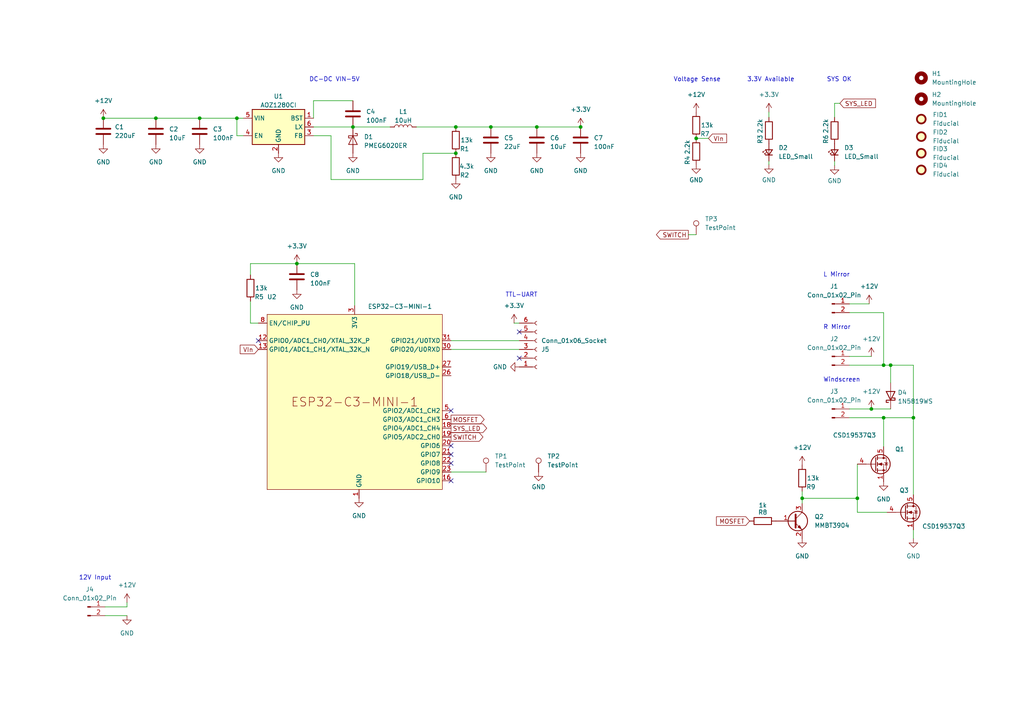
<source format=kicad_sch>
(kicad_sch (version 20230121) (generator eeschema)
  (paper "A4")
  (lib_symbols
    (symbol "Connector:Conn_01x02_Pin" (pin_names (offset 1.016) hide)
      (property "Reference" "J" (at 0 2.54 0))
      (property "Value" "Conn_01x02_Pin" (at 0 -5.08 0))
      (symbol "Conn_01x02_Pin_1_1"
        (polyline (pts (xy 1.27 -2.54) (xy 0.8636 -2.54)) (stroke (width 0.1524)))
        (polyline (pts (xy 1.27 0) (xy 0.8636 0)) (stroke (width 0.1524)))
        (rectangle (start 0.8636 -2.413) (end 0 -2.667) (stroke (width 0.1524)) (fill (type outline)))
        (rectangle (start 0.8636 0.127) (end 0 -0.127) (stroke (width 0.1524)) (fill (type outline)))
        (pin passive line (at 5.08 0 180) (length 3.81) (name "Pin_1") (number "1"))
        (pin passive line (at 5.08 -2.54 180) (length 3.81) (name "Pin_2") (number "2"))
      )
    )
    (symbol "Connector:Conn_01x06_Socket" (pin_names (offset 1.016) hide)
      (property "Reference" "J" (at 0 7.62 0))
      (property "Value" "Conn_01x06_Socket" (at 0 -10.16 0))
      (symbol "Conn_01x06_Socket_1_1"
        (arc (start 0 -7.112) (mid -0.5058 -7.62) (end 0 -8.128) (stroke (width 0.1524)))
        (arc (start 0 -4.572) (mid -0.5058 -5.08) (end 0 -5.588) (stroke (width 0.1524)))
        (arc (start 0 -2.032) (mid -0.5058 -2.54) (end 0 -3.048) (stroke (width 0.1524)))
        (polyline (pts (xy -1.27 -7.62) (xy -0.508 -7.62)) (stroke (width 0.1524)))
        (polyline (pts (xy -1.27 -5.08) (xy -0.508 -5.08)) (stroke (width 0.1524)))
        (polyline (pts (xy -1.27 -2.54) (xy -0.508 -2.54)) (stroke (width 0.1524)))
        (polyline (pts (xy -1.27 0) (xy -0.508 0)) (stroke (width 0.1524)))
        (polyline (pts (xy -1.27 2.54) (xy -0.508 2.54)) (stroke (width 0.1524)))
        (polyline (pts (xy -1.27 5.08) (xy -0.508 5.08)) (stroke (width 0.1524)))
        (arc (start 0 0.508) (mid -0.5058 0) (end 0 -0.508) (stroke (width 0.1524)))
        (arc (start 0 3.048) (mid -0.5058 2.54) (end 0 2.032) (stroke (width 0.1524)))
        (arc (start 0 5.588) (mid -0.5058 5.08) (end 0 4.572) (stroke (width 0.1524)))
        (pin passive line (at -5.08 5.08 0) (length 3.81) (name "Pin_1") (number "1"))
        (pin passive line (at -5.08 2.54 0) (length 3.81) (name "Pin_2") (number "2"))
        (pin passive line (at -5.08 0 0) (length 3.81) (name "Pin_3") (number "3"))
        (pin passive line (at -5.08 -2.54 0) (length 3.81) (name "Pin_4") (number "4"))
        (pin passive line (at -5.08 -5.08 0) (length 3.81) (name "Pin_5") (number "5"))
        (pin passive line (at -5.08 -7.62 0) (length 3.81) (name "Pin_6") (number "6"))
      )
    )
    (symbol "Connector:TestPoint" (pin_numbers hide) (pin_names (offset 0.762) hide)
      (property "Reference" "TP" (at 0 6.858 0))
      (property "Value" "TestPoint" (at 0 5.08 0))
      (symbol "TestPoint_0_1"
        (circle (center 0 3.302) (radius 0.762))
      )
      (symbol "TestPoint_1_1"
        (pin passive line (at 0 0 90) (length 2.54) (name "1") (number "1"))
      )
    )
    (symbol "Device:C" (pin_numbers hide) (pin_names (offset 0.254))
      (property "Reference" "C" (at 0.635 2.54 0))
      (property "Value" "C" (at 0.635 -2.54 0))
      (symbol "C_0_1"
        (polyline (pts (xy -2.032 -0.762) (xy 2.032 -0.762)) (stroke (width 0.508)))
        (polyline (pts (xy -2.032 0.762) (xy 2.032 0.762)) (stroke (width 0.508)))
      )
      (symbol "C_1_1"
        (pin passive line (at 0 3.81 270) (length 2.794) (name "~") (number "1"))
        (pin passive line (at 0 -3.81 90) (length 2.794) (name "~") (number "2"))
      )
    )
    (symbol "Device:L" (pin_numbers hide) (pin_names (offset 1.016) hide)
      (property "Reference" "L" (at -1.27 0 90))
      (property "Value" "L" (at 1.905 0 90))
      (symbol "L_0_1"
        (arc (start 0 -2.54) (mid 0.6323 -1.905) (end 0 -1.27))
        (arc (start 0 -1.27) (mid 0.6323 -0.635) (end 0 0))
        (arc (start 0 0) (mid 0.6323 0.635) (end 0 1.27))
        (arc (start 0 1.27) (mid 0.6323 1.905) (end 0 2.54))
      )
      (symbol "L_1_1"
        (pin passive line (at 0 3.81 270) (length 1.27) (name "1") (number "1"))
        (pin passive line (at 0 -3.81 90) (length 1.27) (name "2") (number "2"))
      )
    )
    (symbol "Device:LED_Small" (pin_numbers hide) (pin_names (offset 0.254) hide)
      (property "Reference" "D" (at -1.27 3.175 0))
      (property "Value" "LED_Small" (at -4.445 -2.54 0))
      (symbol "LED_Small_0_1"
        (polyline (pts (xy -0.762 -1.016) (xy -0.762 1.016)) (stroke (width 0.254)))
        (polyline (pts (xy 1.016 0) (xy -0.762 0)))
        (polyline (pts (xy 0.762 -1.016) (xy -0.762 0) (xy 0.762 1.016) (xy 0.762 -1.016)) (stroke (width 0.254)))
        (polyline (pts (xy 0 0.762) (xy -0.508 1.27) (xy -0.254 1.27) (xy -0.508 1.27) (xy -0.508 1.016)))
        (polyline (pts (xy 0.508 1.27) (xy 0 1.778) (xy 0.254 1.778) (xy 0 1.778) (xy 0 1.524)))
      )
      (symbol "LED_Small_1_1"
        (pin passive line (at -2.54 0 0) (length 1.778) (name "K") (number "1"))
        (pin passive line (at 2.54 0 180) (length 1.778) (name "A") (number "2"))
      )
    )
    (symbol "Device:R" (pin_numbers hide) (pin_names (offset 0))
      (property "Reference" "R" (at 2.032 0 90))
      (property "Value" "R" (at 0 0 90))
      (symbol "R_0_1"
        (rectangle (start -1.016 -2.54) (end 1.016 2.54) (stroke (width 0.254)))
      )
      (symbol "R_1_1"
        (pin passive line (at 0 3.81 270) (length 1.27) (name "~") (number "1"))
        (pin passive line (at 0 -3.81 90) (length 1.27) (name "~") (number "2"))
      )
    )
    (symbol "Diode:1N5819WS" (pin_numbers hide) (pin_names (offset 1.016) hide)
      (property "Reference" "D" (at 0 2.54 0))
      (property "Value" "1N5819WS" (at 0 -2.54 0))
      (symbol "1N5819WS_0_1"
        (polyline (pts (xy 1.27 0) (xy -1.27 0)))
        (polyline (pts (xy 1.27 1.27) (xy 1.27 -1.27) (xy -1.27 0) (xy 1.27 1.27)) (stroke (width 0.254)))
        (polyline (pts (xy -1.905 0.635) (xy -1.905 1.27) (xy -1.27 1.27) (xy -1.27 -1.27) (xy -0.635 -1.27) (xy -0.635 -0.635)) (stroke (width 0.254)))
      )
      (symbol "1N5819WS_1_1"
        (pin passive line (at -3.81 0 0) (length 2.54) (name "K") (number "1"))
        (pin passive line (at 3.81 0 180) (length 2.54) (name "A") (number "2"))
      )
    )
    (symbol "Diode:PMEG6020ER" (pin_numbers hide) (pin_names hide)
      (property "Reference" "D" (at 0 2.54 0))
      (property "Value" "PMEG6020ER" (at 0 -2.54 0))
      (symbol "PMEG6020ER_0_1"
        (polyline (pts (xy 1.27 0) (xy -1.27 0)))
        (polyline (pts (xy 1.27 1.27) (xy 1.27 -1.27) (xy -1.27 0) (xy 1.27 1.27)) (stroke (width 0.2032)))
        (polyline (pts (xy -1.905 0.635) (xy -1.905 1.27) (xy -1.27 1.27) (xy -1.27 -1.27) (xy -0.635 -1.27) (xy -0.635 -0.635)) (stroke (width 0.2032)))
      )
      (symbol "PMEG6020ER_1_1"
        (pin passive line (at -3.81 0 0) (length 2.54) (name "K") (number "1"))
        (pin passive line (at 3.81 0 180) (length 2.54) (name "A") (number "2"))
      )
    )
    (symbol "Espressif:ESP32-C3-MINI-1"
      (property "Reference" "U2" (at -25.4 30.48 0))
      (property "Value" "ESP32-C3-MINI-1" (at -25.4 27.94 0))
      (symbol "ESP32-C3-MINI-1_0_0"
        (text "ESP32-C3-MINI-1" (at 0 0 0) (effects (font (size 2.54 2.54))))
      )
      (symbol "ESP32-C3-MINI-1_0_1"
        (rectangle (start -25.4 25.4) (end 25.4 -25.4) (fill (type background)))
      )
      (symbol "ESP32-C3-MINI-1_1_1"
        (pin passive line (at 1.27 -27.94 90) (length 2.54) (name "GND") (number "1"))
        (pin no_connect line (at -25.4 2.54 0) (length 2.54) hide (name "NC") (number "10"))
        (pin passive line (at 1.27 -27.94 90) (length 2.54) hide (name "GND") (number "11"))
        (pin bidirectional line (at -27.94 17.78 0) (length 2.54) (name "GPIO0/ADC1_CH0/XTAL_32K_P") (number "12"))
        (pin bidirectional line (at -27.94 15.24 0) (length 2.54) (name "GPIO1/ADC1_CH1/XTAL_32K_N") (number "13"))
        (pin passive line (at 1.27 -27.94 90) (length 2.54) hide (name "GND") (number "14"))
        (pin no_connect line (at -25.4 0 0) (length 2.54) hide (name "NC") (number "15"))
        (pin bidirectional line (at 27.94 -22.86 180) (length 2.54) (name "GPIO10") (number "16"))
        (pin no_connect line (at -25.4 -2.54 0) (length 2.54) hide (name "NC") (number "17"))
        (pin bidirectional line (at 27.94 -7.62 180) (length 2.54) (name "GPIO4/ADC1_CH4") (number "18"))
        (pin bidirectional line (at 27.94 -10.16 180) (length 2.54) (name "GPIO5/ADC2_CH0") (number "19"))
        (pin passive line (at 1.27 -27.94 90) (length 2.54) hide (name "GND") (number "2"))
        (pin bidirectional line (at 27.94 -12.7 180) (length 2.54) (name "GPIO6") (number "20"))
        (pin bidirectional line (at 27.94 -15.24 180) (length 2.54) (name "GPIO7") (number "21"))
        (pin bidirectional line (at 27.94 -17.78 180) (length 2.54) (name "GPIO8") (number "22"))
        (pin bidirectional line (at 27.94 -20.32 180) (length 2.54) (name "GPIO9") (number "23"))
        (pin no_connect line (at -25.4 -5.08 0) (length 2.54) hide (name "NC") (number "24"))
        (pin no_connect line (at -25.4 -7.62 0) (length 2.54) hide (name "NC") (number "25"))
        (pin bidirectional line (at 27.94 7.62 180) (length 2.54) (name "GPIO18/USB_D-") (number "26"))
        (pin bidirectional line (at 27.94 10.16 180) (length 2.54) (name "GPIO19/USB_D+") (number "27"))
        (pin no_connect line (at -25.4 -10.16 0) (length 2.54) hide (name "NC") (number "28"))
        (pin no_connect line (at -25.4 -12.7 0) (length 2.54) hide (name "NC") (number "29"))
        (pin power_in line (at 0 27.94 270) (length 2.54) (name "3V3") (number "3"))
        (pin bidirectional line (at 27.94 15.24 180) (length 2.54) (name "GPIO20/U0RXD") (number "30"))
        (pin bidirectional line (at 27.94 17.78 180) (length 2.54) (name "GPIO21/U0TXD") (number "31"))
        (pin no_connect line (at -25.4 -15.24 0) (length 2.54) hide (name "NC") (number "32"))
        (pin no_connect line (at -25.4 -17.78 0) (length 2.54) hide (name "NC") (number "33"))
        (pin no_connect line (at -25.4 -20.32 0) (length 2.54) hide (name "NC") (number "34"))
        (pin no_connect line (at -25.4 -22.86 0) (length 2.54) hide (name "NC") (number "35"))
        (pin passive line (at 1.27 -27.94 90) (length 2.54) hide (name "GND") (number "36"))
        (pin passive line (at 1.27 -27.94 90) (length 2.54) hide (name "GND") (number "37"))
        (pin passive line (at 1.27 -27.94 90) (length 2.54) hide (name "GND") (number "38"))
        (pin passive line (at 1.27 -27.94 90) (length 2.54) hide (name "GND") (number "39"))
        (pin no_connect line (at -25.4 10.16 0) (length 2.54) hide (name "NC") (number "4"))
        (pin passive line (at 1.27 -27.94 90) (length 2.54) hide (name "GND") (number "40"))
        (pin passive line (at 1.27 -27.94 90) (length 2.54) hide (name "GND") (number "41"))
        (pin passive line (at 1.27 -27.94 90) (length 2.54) hide (name "GND") (number "42"))
        (pin passive line (at 1.27 -27.94 90) (length 2.54) hide (name "GND") (number "43"))
        (pin passive line (at 1.27 -27.94 90) (length 2.54) hide (name "GND") (number "44"))
        (pin passive line (at 1.27 -27.94 90) (length 2.54) hide (name "GND") (number "45"))
        (pin passive line (at 1.27 -27.94 90) (length 2.54) hide (name "GND") (number "46"))
        (pin passive line (at 1.27 -27.94 90) (length 2.54) hide (name "GND") (number "47"))
        (pin passive line (at 1.27 -27.94 90) (length 2.54) hide (name "GND") (number "48"))
        (pin passive line (at 1.27 -27.94 90) (length 2.54) hide (name "GND") (number "49"))
        (pin bidirectional line (at 27.94 -2.54 180) (length 2.54) (name "GPIO2/ADC1_CH2") (number "5"))
        (pin passive line (at 1.27 -27.94 90) (length 2.54) hide (name "GND") (number "50"))
        (pin passive line (at 1.27 -27.94 90) (length 2.54) hide (name "GND") (number "51"))
        (pin passive line (at 1.27 -27.94 90) (length 2.54) hide (name "GND") (number "52"))
        (pin passive line (at 1.27 -27.94 90) (length 2.54) hide (name "GND") (number "53"))
        (pin bidirectional line (at 27.94 -5.08 180) (length 2.54) (name "GPIO3/ADC1_CH3") (number "6"))
        (pin no_connect line (at -25.4 7.62 0) (length 2.54) hide (name "NC") (number "7"))
        (pin input line (at -27.94 22.86 0) (length 2.54) (name "EN/CHIP_PU") (number "8"))
        (pin no_connect line (at -25.4 5.08 0) (length 2.54) hide (name "NC") (number "9"))
      )
    )
    (symbol "Mechanical:Fiducial"
      (property "Reference" "FID" (at 0 5.08 0))
      (property "Value" "Fiducial" (at 0 3.175 0))
      (symbol "Fiducial_0_1"
        (circle (center 0 0) (radius 1.27) (stroke (width 0.508)) (fill (type background)))
      )
    )
    (symbol "Mechanical:MountingHole" (pin_names (offset 1.016))
      (property "Reference" "H" (at 0 5.08 0))
      (property "Value" "MountingHole" (at 0 3.175 0))
      (symbol "MountingHole_0_1"
        (circle (center 0 0) (radius 1.27) (stroke (width 1.27)))
      )
    )
    (symbol "Regulator_Switching:AOZ1280CI"
      (property "Reference" "U" (at -6.35 -6.35 0))
      (property "Value" "AOZ1280CI" (at -2.54 6.35 0))
      (symbol "AOZ1280CI_0_1"
        (rectangle (start -7.62 5.08) (end 7.62 -5.08) (stroke (width 0.254)) (fill (type background)))
      )
      (symbol "AOZ1280CI_1_1"
        (pin input line (at 10.16 2.54 180) (length 2.54) (name "BST") (number "1"))
        (pin power_in line (at 0 -7.62 90) (length 2.54) (name "GND") (number "2"))
        (pin input line (at 10.16 -2.54 180) (length 2.54) (name "FB") (number "3"))
        (pin input line (at -10.16 -2.54 0) (length 2.54) (name "EN") (number "4"))
        (pin power_in line (at -10.16 2.54 0) (length 2.54) (name "VIN") (number "5"))
        (pin power_out line (at 10.16 0 180) (length 2.54) (name "LX") (number "6"))
      )
    )
    (symbol "Transistor_BJT:MMBT3904" (pin_names (offset 0) hide)
      (property "Reference" "Q" (at 5.08 1.905 0))
      (property "Value" "MMBT3904" (at 5.08 0 0))
      (symbol "MMBT3904_0_1"
        (polyline (pts (xy 0.635 0.635) (xy 2.54 2.54)))
        (polyline (pts (xy 0.635 -0.635) (xy 2.54 -2.54) (xy 2.54 -2.54)))
        (polyline (pts (xy 0.635 1.905) (xy 0.635 -1.905) (xy 0.635 -1.905)) (stroke (width 0.508)))
        (polyline (pts (xy 1.27 -1.778) (xy 1.778 -1.27) (xy 2.286 -2.286) (xy 1.27 -1.778) (xy 1.27 -1.778)) (fill (type outline)))
        (circle (center 1.27 0) (radius 2.8194) (stroke (width 0.254)))
      )
      (symbol "MMBT3904_1_1"
        (pin input line (at -5.08 0 0) (length 5.715) (name "B") (number "1"))
        (pin passive line (at 2.54 -5.08 90) (length 2.54) (name "E") (number "2"))
        (pin passive line (at 2.54 5.08 270) (length 2.54) (name "C") (number "3"))
      )
    )
    (symbol "Transistor_FET:CSD19537Q3" (pin_names hide)
      (property "Reference" "Q" (at 5.08 1.905 0))
      (property "Value" "CSD19537Q3" (at 5.08 0 0))
      (symbol "CSD19537Q3_0_1"
        (polyline (pts (xy 0.254 0) (xy -2.54 0)))
        (polyline (pts (xy 0.254 1.905) (xy 0.254 -1.905)) (stroke (width 0.254)))
        (polyline (pts (xy 0.762 -1.27) (xy 0.762 -2.286)) (stroke (width 0.254)))
        (polyline (pts (xy 0.762 0.508) (xy 0.762 -0.508)) (stroke (width 0.254)))
        (polyline (pts (xy 0.762 2.286) (xy 0.762 1.27)) (stroke (width 0.254)))
        (polyline (pts (xy 2.54 2.54) (xy 2.54 1.778)))
        (polyline (pts (xy 2.54 -2.54) (xy 2.54 0) (xy 0.762 0)))
        (polyline (pts (xy 0.762 -1.778) (xy 3.302 -1.778) (xy 3.302 1.778) (xy 0.762 1.778)))
        (polyline (pts (xy 1.016 0) (xy 2.032 0.381) (xy 2.032 -0.381) (xy 1.016 0)) (fill (type outline)))
        (polyline (pts (xy 2.794 0.508) (xy 2.921 0.381) (xy 3.683 0.381) (xy 3.81 0.254)))
        (polyline (pts (xy 3.302 0.381) (xy 2.921 -0.254) (xy 3.683 -0.254) (xy 3.302 0.381)))
        (circle (center 1.651 0) (radius 2.794) (stroke (width 0.254)))
        (circle (center 2.54 -1.778) (radius 0.254) (fill (type outline)))
        (circle (center 2.54 1.778) (radius 0.254) (fill (type outline)))
      )
      (symbol "CSD19537Q3_1_1"
        (pin passive line (at 2.54 -5.08 90) (length 2.54) (name "S") (number "1"))
        (pin passive line (at 2.54 -5.08 90) (length 2.54) hide (name "S") (number "2"))
        (pin passive line (at 2.54 -5.08 90) (length 2.54) hide (name "S") (number "3"))
        (pin passive line (at -5.08 0 0) (length 2.54) (name "G") (number "4"))
        (pin passive line (at 2.54 5.08 270) (length 2.54) (name "D") (number "5"))
      )
    )
    (symbol "power:+12V" (power) (pin_names (offset 0))
      (property "Value" "+12V" (at 0 3.556 0))
      (symbol "+12V_0_1"
        (polyline (pts (xy -0.762 1.27) (xy 0 2.54)))
        (polyline (pts (xy 0 0) (xy 0 2.54)))
        (polyline (pts (xy 0 2.54) (xy 0.762 1.27)))
      )
      (symbol "+12V_1_1"
        (pin power_in line (at 0 0 90) (length 0) hide (name "+12V") (number "1"))
      )
    )
    (symbol "power:+3.3V" (power) (pin_names (offset 0))
      (property "Value" "+3.3V" (at 0 3.556 0))
      (symbol "+3.3V_0_1"
        (polyline (pts (xy -0.762 1.27) (xy 0 2.54)))
        (polyline (pts (xy 0 0) (xy 0 2.54)))
        (polyline (pts (xy 0 2.54) (xy 0.762 1.27)))
      )
      (symbol "+3.3V_1_1"
        (pin power_in line (at 0 0 90) (length 0) hide (name "+3.3V") (number "1"))
      )
    )
    (symbol "power:GND" (power) (pin_names (offset 0))
      (property "Value" "GND" (at 0 -3.81 0))
      (symbol "GND_0_1"
        (polyline (pts (xy 0 0) (xy 0 -1.27) (xy 1.27 -1.27) (xy 0 -2.54) (xy -1.27 -1.27) (xy 0 -1.27)))
      )
      (symbol "GND_1_1"
        (pin power_in line (at 0 0 270) (length 0) hide (name "GND") (number "1"))
      )
    )
  )
  (junction (at 142.367 36.83))
  (junction (at 132.207 36.83))
  (junction (at 57.912 34.29))
  (junction (at 29.972 34.29))
  (junction (at 264.922 121.158))
  (junction (at 168.402 36.83))
  (junction (at 248.666 144.526))
  (junction (at 155.702 36.83))
  (junction (at 45.212 34.29))
  (junction (at 132.207 44.45))
  (junction (at 252.73 118.618))
  (junction (at 68.707 34.29))
  (junction (at 201.93 40.132))
  (junction (at 256.286 105.918))
  (junction (at 86.106 76.454))
  (junction (at 102.362 36.83))
  (junction (at 258.318 105.918))
  (junction (at 232.664 144.526))
  (junction (at 256.286 121.158))
  (no_connect (at 130.81 139.446))
  (no_connect (at 150.622 103.886))
  (no_connect (at 130.81 134.366))
  (no_connect (at 130.81 129.286))
  (no_connect (at 130.81 119.126))
  (no_connect (at 74.93 98.806))
  (no_connect (at 150.622 96.266))
  (no_connect (at 130.81 131.826))
  (wire (pts (xy 232.664 142.494) (xy 232.664 144.526)))
  (wire (pts (xy 223.012 32.512) (xy 223.012 34.036)))
  (wire (pts (xy 246.38 121.158) (xy 256.286 121.158)))
  (wire (pts (xy 258.318 105.918) (xy 256.286 105.918)))
  (wire (pts (xy 246.38 118.618) (xy 252.73 118.618)))
  (wire (pts (xy 264.922 156.21) (xy 264.922 153.67)))
  (wire (pts (xy 258.318 105.918) (xy 258.318 110.998)))
  (wire (pts (xy 122.682 44.45) (xy 132.207 44.45)))
  (wire (pts (xy 30.48 178.562) (xy 36.83 178.562)))
  (wire (pts (xy 57.912 34.29) (xy 68.707 34.29)))
  (wire (pts (xy 246.38 90.678) (xy 256.286 90.678)))
  (wire (pts (xy 149.098 93.726) (xy 150.622 93.726)))
  (wire (pts (xy 248.666 144.526) (xy 248.666 148.59)))
  (wire (pts (xy 72.644 93.726) (xy 74.93 93.726)))
  (wire (pts (xy 90.932 39.37) (xy 96.012 39.37)))
  (wire (pts (xy 264.922 105.918) (xy 258.318 105.918)))
  (wire (pts (xy 72.644 87.376) (xy 72.644 93.726)))
  (wire (pts (xy 29.972 34.29) (xy 45.212 34.29)))
  (wire (pts (xy 96.012 39.37) (xy 96.012 52.07)))
  (wire (pts (xy 223.012 47.752) (xy 223.012 46.736)))
  (wire (pts (xy 36.83 174.752) (xy 36.83 176.022)))
  (wire (pts (xy 246.38 103.378) (xy 252.73 103.378)))
  (wire (pts (xy 102.362 36.83) (xy 113.157 36.83)))
  (wire (pts (xy 130.81 101.346) (xy 150.622 101.346)))
  (wire (pts (xy 90.932 36.83) (xy 102.362 36.83)))
  (wire (pts (xy 122.682 52.07) (xy 122.682 44.45)))
  (wire (pts (xy 130.81 98.806) (xy 150.622 98.806)))
  (wire (pts (xy 45.212 34.29) (xy 57.912 34.29)))
  (wire (pts (xy 248.666 148.59) (xy 257.302 148.59)))
  (wire (pts (xy 201.93 40.132) (xy 205.486 40.132)))
  (wire (pts (xy 72.644 79.756) (xy 72.644 76.454)))
  (wire (pts (xy 199.644 68.072) (xy 201.93 68.072)))
  (wire (pts (xy 102.87 88.646) (xy 102.87 76.454)))
  (wire (pts (xy 242.062 48.006) (xy 242.062 46.736)))
  (wire (pts (xy 248.666 134.62) (xy 248.666 144.526)))
  (wire (pts (xy 132.207 36.83) (xy 142.367 36.83)))
  (wire (pts (xy 36.83 176.022) (xy 30.48 176.022)))
  (wire (pts (xy 90.932 34.29) (xy 90.932 29.21)))
  (wire (pts (xy 142.367 36.83) (xy 155.702 36.83)))
  (wire (pts (xy 72.644 76.454) (xy 86.106 76.454)))
  (wire (pts (xy 256.286 121.158) (xy 264.922 121.158)))
  (wire (pts (xy 246.38 105.918) (xy 256.286 105.918)))
  (wire (pts (xy 68.707 34.29) (xy 68.707 39.37)))
  (wire (pts (xy 90.932 29.21) (xy 102.362 29.21)))
  (wire (pts (xy 232.664 144.526) (xy 248.666 144.526)))
  (wire (pts (xy 264.922 121.158) (xy 264.922 105.918)))
  (wire (pts (xy 256.286 121.158) (xy 256.286 129.54)))
  (wire (pts (xy 68.707 34.29) (xy 70.612 34.29)))
  (wire (pts (xy 256.286 90.678) (xy 256.286 105.918)))
  (wire (pts (xy 252.73 118.618) (xy 258.318 118.618)))
  (wire (pts (xy 243.586 29.972) (xy 242.062 29.972)))
  (wire (pts (xy 232.664 144.526) (xy 232.664 146.05)))
  (wire (pts (xy 242.062 29.972) (xy 242.062 34.036)))
  (wire (pts (xy 96.012 52.07) (xy 122.682 52.07)))
  (wire (pts (xy 246.38 88.138) (xy 252.095 88.138)))
  (wire (pts (xy 130.81 136.906) (xy 140.97 136.906)))
  (wire (pts (xy 102.87 76.454) (xy 86.106 76.454)))
  (wire (pts (xy 264.922 121.158) (xy 264.922 143.51)))
  (wire (pts (xy 155.702 36.83) (xy 168.402 36.83)))
  (wire (pts (xy 70.612 39.37) (xy 68.707 39.37)))
  (wire (pts (xy 120.777 36.83) (xy 132.207 36.83)))
  (text "DC-DC VIN-5V" (at 89.662 23.876 0) (effects (font (size 1.27 1.27)) (justify left bottom)))
  (text "12V Input" (at 22.86 168.402 0) (effects (font (size 1.27 1.27)) (justify left bottom)))
  (text "TTL-UART" (at 146.558 86.36 0) (effects (font (size 1.27 1.27)) (justify left bottom)))
  (text "L Mirror" (at 238.76 80.518 0) (effects (font (size 1.27 1.27)) (justify left bottom)))
  (text "3.3V Available" (at 216.662 23.876 0) (effects (font (size 1.27 1.27)) (justify left bottom)))
  (text "Windscreen" (at 238.76 110.998 0) (effects (font (size 1.27 1.27)) (justify left bottom)))
  (text "SYS OK" (at 239.776 23.876 0) (effects (font (size 1.27 1.27)) (justify left bottom)))
  (text "R Mirror" (at 238.76 95.758 0) (effects (font (size 1.27 1.27)) (justify left bottom)))
  (text "Voltage Sense" (at 195.326 23.876 0) (effects (font (size 1.27 1.27)) (justify left bottom)))
  (global_label "VIn" (shape input) (at 74.93 101.346 180) (property "Intersheetrefs" "${INTERSHEET_REFS}" (effects hide)))
  (global_label "MOSFET" (shape output) (at 130.81 121.666 0) (property "Intersheetrefs" "${INTERSHEET_REFS}" (effects hide)))
  (global_label "VIn" (shape input) (at 205.486 40.132 0) (property "Intersheetrefs" "${INTERSHEET_REFS}" (effects hide)))
  (global_label "SYS_LED" (shape output) (at 130.81 124.206 0) (property "Intersheetrefs" "${INTERSHEET_REFS}" (effects hide)))
  (global_label "SYS_LED" (shape input) (at 243.586 29.972 0) (property "Intersheetrefs" "${INTERSHEET_REFS}" (effects hide)))
  (global_label "SWITCH" (shape output) (at 199.644 68.072 180) (property "Intersheetrefs" "${INTERSHEET_REFS}" (effects hide)))
  (global_label "SWITCH" (shape output) (at 130.81 126.746 0) (property "Intersheetrefs" "${INTERSHEET_REFS}" (effects hide)))
  (global_label "MOSFET" (shape input) (at 217.424 151.13 180) (property "Intersheetrefs" "${INTERSHEET_REFS}" (effects hide)))
  (symbol (lib_id "Mechanical:Fiducial") (at 267.208 39.624 0) (unit 1)
    (property "Reference" "FID2" (at 270.51 38.354 0) (effects (justify left)))
    (property "Value" "Fiducial" (at 270.51 40.894 0) (effects (justify left)))
    (property "Footprint" "Fiducial:Fiducial_0.5mm_Mask1.5mm" (effects hide))
  )
  (symbol (lib_id "power:+12V") (at 252.095 88.138 0) (unit 1)
    (property "Reference" "#PWR04" (effects hide))
    (property "Value" "+12V" (at 252.095 83.058 0))
  )
  (symbol (lib_id "Device:R") (at 223.012 37.846 180) (unit 1)
    (property "Reference" "R3" (at 220.472 40.386 90))
    (property "Value" "2.2k" (at 220.472 36.576 90))
    (property "Footprint" "Resistor_SMD:R_0603_1608Metric" (effects hide))
    (property "lcsc" "C4190" (effects hide))
  )
  (symbol (lib_id "power:GND") (at 45.212 41.91 0) (unit 1)
    (property "Reference" "#PWR07" (effects hide))
    (property "Value" "GND" (at 45.212 46.99 0))
  )
  (symbol (lib_id "Device:R") (at 201.93 36.322 0) (unit 1)
    (property "Reference" "R7" (at 204.47 38.862 0))
    (property "Value" "13k" (at 205.105 36.322 0))
    (property "Footprint" "Resistor_SMD:R_0603_1608Metric" (effects hide))
    (property "lcsc" "C22797" (effects hide))
  )
  (symbol (lib_id "power:+12V") (at 252.73 118.618 0) (unit 1)
    (property "Reference" "#PWR06" (effects hide))
    (property "Value" "+12V" (at 252.73 113.538 0))
  )
  (symbol (lib_id "Mechanical:Fiducial") (at 267.208 44.45 0) (unit 1)
    (property "Reference" "FID3" (at 270.51 43.18 0) (effects (justify left)))
    (property "Value" "Fiducial" (at 270.51 45.72 0) (effects (justify left)))
    (property "Footprint" "Fiducial:Fiducial_0.5mm_Mask1.5mm" (effects hide))
  )
  (symbol (lib_id "power:GND") (at 86.106 84.074 0) (unit 1)
    (property "Reference" "#PWR023" (effects hide))
    (property "Value" "GND" (at 86.106 89.154 0))
  )
  (symbol (lib_id "Device:C") (at 86.106 80.264 0) (unit 1)
    (property "Reference" "C8" (at 89.916 79.629 0) (effects (justify left)))
    (property "Value" "100nF" (at 89.916 82.169 0) (effects (justify left)))
    (property "Footprint" "Capacitor_SMD:C_0603_1608Metric" (effects hide))
    (property "lcsc" "C30926" (effects hide))
  )
  (symbol (lib_id "power:+3.3V") (at 223.012 32.512 0) (unit 1)
    (property "Reference" "#PWR018" (effects hide))
    (property "Value" "+3.3V" (at 223.012 27.432 0))
  )
  (symbol (lib_id "Connector:Conn_01x02_Pin") (at 241.3 103.378 0) (unit 1)
    (property "Reference" "J2" (at 241.935 98.298 0))
    (property "Value" "Conn_01x02_Pin" (at 241.935 100.838 0))
    (property "Footprint" "Acea:AMASS_XT60PW-F_1x02_P7.20mm_Horizontal" (effects hide))
    (property "lcsc" "C428722" (effects hide))
  )
  (symbol (lib_id "power:GND") (at 155.702 44.45 0) (unit 1)
    (property "Reference" "#PWR014" (effects hide))
    (property "Value" "GND" (at 155.702 49.53 0))
  )
  (symbol (lib_id "Connector:Conn_01x02_Pin") (at 241.3 88.138 0) (unit 1)
    (property "Reference" "J1" (at 241.935 83.058 0))
    (property "Value" "Conn_01x02_Pin" (at 241.935 85.598 0))
    (property "Footprint" "Acea:AMASS_XT60PW-F_1x02_P7.20mm_Horizontal" (effects hide))
    (property "lcsc" "C428722" (effects hide))
  )
  (symbol (lib_id "power:GND") (at 201.93 47.752 0) (unit 1)
    (property "Reference" "#PWR026" (effects hide))
    (property "Value" "GND" (at 201.93 52.197 0))
  )
  (symbol (lib_id "power:+3.3V") (at 168.402 36.83 0) (unit 1)
    (property "Reference" "#PWR015" (effects hide))
    (property "Value" "+3.3V" (at 168.402 31.75 0))
  )
  (symbol (lib_id "Mechanical:Fiducial") (at 267.208 49.276 0) (unit 1)
    (property "Reference" "FID4" (at 270.51 48.006 0) (effects (justify left)))
    (property "Value" "Fiducial" (at 270.51 50.546 0) (effects (justify left)))
    (property "Footprint" "Fiducial:Fiducial_0.5mm_Mask1.5mm" (effects hide))
  )
  (symbol (lib_id "Device:C") (at 155.702 40.64 0) (unit 1)
    (property "Reference" "C6" (at 159.512 40.005 0) (effects (justify left)))
    (property "Value" "10uF" (at 159.512 42.545 0) (effects (justify left)))
    (property "Footprint" "Capacitor_SMD:C_0603_1608Metric" (effects hide))
    (property "lcsc" "C30926" (effects hide))
  )
  (symbol (lib_id "power:GND") (at 80.772 44.45 0) (unit 1)
    (property "Reference" "#PWR09" (effects hide))
    (property "Value" "GND" (at 80.772 49.53 0))
  )
  (symbol (lib_id "Device:R") (at 232.664 138.684 0) (unit 1)
    (property "Reference" "R9" (at 235.204 141.224 0))
    (property "Value" "13k" (at 235.839 138.684 0))
    (property "Footprint" "Resistor_SMD:R_0603_1608Metric" (effects hide))
    (property "lcsc" "C22797" (effects hide))
  )
  (symbol (lib_id "power:GND") (at 132.207 52.07 0) (unit 1)
    (property "Reference" "#PWR011" (effects hide))
    (property "Value" "GND" (at 132.207 57.15 0))
  )
  (symbol (lib_id "power:+3.3V") (at 149.098 93.726 0) (unit 1)
    (property "Reference" "#PWR030" (effects hide))
    (property "Value" "+3.3V" (at 149.098 88.646 0))
  )
  (symbol (lib_id "Transistor_BJT:MMBT3904") (at 230.124 151.13 0) (unit 1)
    (property "Reference" "Q2" (at 236.22 149.86 0) (effects (justify left)))
    (property "Value" "MMBT3904" (at 236.22 152.4 0) (effects (justify left)))
    (property "Footprint" "Package_TO_SOT_SMD:SOT-23" (effects hide))
    (property "Datasheet" "https://www.onsemi.com/pdf/datasheet/pzt3904-d.pdf" (effects hide))
    (property "lcsc" "C8512" (effects hide))
  )
  (symbol (lib_id "power:GND") (at 36.83 178.562 0) (unit 1)
    (property "Reference" "#PWR03" (effects hide))
    (property "Value" "GND" (at 36.83 183.642 0))
  )
  (symbol (lib_id "power:GND") (at 256.286 139.7 0) (unit 1)
    (property "Reference" "#PWR020" (effects hide))
    (property "Value" "GND" (at 256.286 144.78 0))
  )
  (symbol (lib_id "Device:L") (at 116.967 36.83 90) (unit 1)
    (property "Reference" "L1" (at 116.967 32.385 90))
    (property "Value" "10uH" (at 116.967 34.925 90))
    (property "Footprint" "Inductor_SMD:L_Chilisin_BMRA00040415" (effects hide))
    (property "lcsc" "C2847473" (effects hide))
  )
  (symbol (lib_id "power:GND") (at 223.012 47.752 0) (unit 1)
    (property "Reference" "#PWR019" (effects hide))
    (property "Value" "GND" (at 223.012 52.197 0))
  )
  (symbol (lib_id "Device:R") (at 132.207 40.64 0) (unit 1)
    (property "Reference" "R1" (at 134.747 43.18 0))
    (property "Value" "13k" (at 135.382 40.64 0))
    (property "Footprint" "Resistor_SMD:R_0603_1608Metric" (effects hide))
    (property "lcsc" "C22797" (effects hide))
  )
  (symbol (lib_id "Connector:Conn_01x02_Pin") (at 241.3 118.618 0) (unit 1)
    (property "Reference" "J3" (at 241.935 113.538 0))
    (property "Value" "Conn_01x02_Pin" (at 241.935 116.078 0))
    (property "Footprint" "Acea:AMASS_XT60PW-F_1x02_P7.20mm_Horizontal" (effects hide))
    (property "lcsc" "C428722" (effects hide))
  )
  (symbol (lib_id "Transistor_FET:CSD19537Q3") (at 262.382 148.59 0) (unit 1)
    (property "Reference" "Q3" (at 260.858 142.24 0) (effects (justify left)))
    (property "Value" "CSD19537Q3" (at 267.462 152.654 0) (effects (justify left)))
    (property "Footprint" "Package_SON:VSON-8_3.3x3.3mm_P0.65mm_NexFET" (effects hide))
    (property "Datasheet" "http://www.ti.com/lit/ds/symlink/csd19537q3.pdf" (effects hide))
    (property "lcsc" "C315567" (effects hide))
  )
  (symbol (lib_id "power:+12V") (at 36.83 174.752 0) (unit 1)
    (property "Reference" "#PWR02" (effects hide))
    (property "Value" "+12V" (at 36.83 169.672 0))
  )
  (symbol (lib_id "Device:C") (at 45.212 38.1 0) (unit 1)
    (property "Reference" "C2" (at 49.022 37.465 0) (effects (justify left)))
    (property "Value" "10uF" (at 49.022 40.005 0) (effects (justify left)))
    (property "Footprint" "Capacitor_SMD:C_0603_1608Metric" (effects hide))
    (property "lcsc" "C30926" (effects hide))
  )
  (symbol (lib_id "Device:LED_Small") (at 223.012 44.196 90) (unit 1)
    (property "Reference" "D2" (at 225.806 42.8625 90) (effects (justify right)))
    (property "Value" "LED_Small" (at 225.806 45.4025 90) (effects (justify right)))
    (property "Footprint" "LED_SMD:LED_0603_1608Metric" (effects hide))
    (property "lcsc" "C72038" (effects hide))
  )
  (symbol (lib_id "Device:R") (at 132.207 48.26 0) (unit 1)
    (property "Reference" "R2" (at 134.747 50.8 0))
    (property "Value" "4.3k" (at 135.382 48.26 0))
    (property "Footprint" "Resistor_SMD:R_0603_1608Metric" (effects hide))
    (property "lcsc" "C23159" (effects hide))
  )
  (symbol (lib_id "Device:C") (at 102.362 33.02 0) (unit 1)
    (property "Reference" "C4" (at 106.172 32.385 0) (effects (justify left)))
    (property "Value" "100nF" (at 106.172 34.925 0) (effects (justify left)))
    (property "Footprint" "Capacitor_SMD:C_0603_1608Metric" (effects hide))
    (property "lcsc" "C30926" (effects hide))
  )
  (symbol (lib_id "power:GND") (at 102.362 44.45 0) (unit 1)
    (property "Reference" "#PWR010" (effects hide))
    (property "Value" "GND" (at 102.362 49.53 0))
  )
  (symbol (lib_id "Mechanical:MountingHole") (at 267.208 22.606 0) (unit 1)
    (property "Reference" "H1" (at 270.256 21.336 0) (effects (justify left)))
    (property "Value" "MountingHole" (at 270.256 23.876 0) (effects (justify left)))
    (property "Footprint" "MountingHole:MountingHole_2.5mm" (effects hide))
  )
  (symbol (lib_id "Espressif:ESP32-C3-MINI-1") (at 102.87 116.586 0) (unit 1)
    (property "Reference" "U2" (at 77.47 86.106 0) (effects (justify left)))
    (property "Value" "ESP32-C3-MINI-1" (at 106.68 88.9 0) (effects (justify left)))
    (property "Footprint" "Espressif:ESP32-C3-MINI-1" (effects hide))
    (property "Datasheet" "https://www.espressif.com/sites/default/files/documentation/esp32-c3-mini-1_datasheet_en.pdf" (effects hide))
    (property "lcsc" "C5290152" (effects hide))
  )
  (symbol (lib_id "Mechanical:MountingHole") (at 267.208 28.702 0) (unit 1)
    (property "Reference" "H2" (at 270.256 27.432 0) (effects (justify left)))
    (property "Value" "MountingHole" (at 270.256 29.972 0) (effects (justify left)))
    (property "Footprint" "MountingHole:MountingHole_2.5mm" (effects hide))
  )
  (symbol (lib_id "power:GND") (at 168.402 44.45 0) (unit 1)
    (property "Reference" "#PWR016" (effects hide))
    (property "Value" "GND" (at 168.402 49.53 0))
  )
  (symbol (lib_id "power:+3.3V") (at 86.106 76.454 0) (unit 1)
    (property "Reference" "#PWR021" (effects hide))
    (property "Value" "+3.3V" (at 86.106 71.374 0))
  )
  (symbol (lib_id "Device:C") (at 29.972 38.1 0) (unit 1)
    (property "Reference" "C1" (at 33.274 36.83 0) (effects (justify left)))
    (property "Value" "220uF" (at 33.274 39.37 0) (effects (justify left)))
    (property "Footprint" "Capacitor_SMD:CP_Elec_6.3x7.7" (effects hide))
    (property "lcsc" "C340768" (effects hide))
  )
  (symbol (lib_id "power:GND") (at 242.062 48.006 0) (unit 1)
    (property "Reference" "#PWR025" (effects hide))
    (property "Value" "GND" (at 242.062 52.451 0))
  )
  (symbol (lib_id "Device:R") (at 221.234 151.13 90) (unit 1)
    (property "Reference" "R8" (at 221.234 148.59 90))
    (property "Value" "1k" (at 221.234 146.558 90))
    (property "Footprint" "Resistor_SMD:R_0603_1608Metric" (effects hide))
    (property "lcsc" "C21190" (effects hide))
  )
  (symbol (lib_id "Diode:1N5819WS") (at 258.318 114.808 90) (unit 1)
    (property "Reference" "D4" (at 260.35 113.8555 90) (effects (justify right)))
    (property "Value" "1N5819WS" (at 260.35 116.3955 90) (effects (justify right)))
    (property "Footprint" "Diode_SMD:D_SOD-323" (effects hide))
    (property "Datasheet" "https://datasheet.lcsc.com/lcsc/2204281430_Guangdong-Hottech-1N5819WS_C191023.pdf" (effects hide))
    (property "lcsc" "C2927280" (effects hide))
  )
  (symbol (lib_id "Connector:Conn_01x02_Pin") (at 25.4 176.022 0) (unit 1)
    (property "Reference" "J4" (at 26.035 170.942 0))
    (property "Value" "Conn_01x02_Pin" (at 26.035 173.482 0))
    (property "Footprint" "Acea:AMASS_XT60PW-M_1x02_P7.20mm_Horizontal" (effects hide))
    (property "lcsc" "C98732" (effects hide))
  )
  (symbol (lib_id "Connector:Conn_01x06_Socket") (at 155.702 101.346 0) (mirror x) (unit 1)
    (property "Reference" "J5" (at 156.972 101.346 0) (effects (justify left)))
    (property "Value" "Conn_01x06_Socket" (at 156.972 98.806 0) (effects (justify left)))
    (property "Footprint" "Connector_PinSocket_2.54mm:PinSocket_1x06_P2.54mm_Vertical" (effects hide))
  )
  (symbol (lib_id "power:GND") (at 264.922 156.21 0) (unit 1)
    (property "Reference" "#PWR013" (effects hide))
    (property "Value" "GND" (at 264.922 161.29 0))
  )
  (symbol (lib_id "power:GND") (at 142.367 44.45 0) (unit 1)
    (property "Reference" "#PWR012" (effects hide))
    (property "Value" "GND" (at 142.367 49.53 0))
  )
  (symbol (lib_id "Mechanical:Fiducial") (at 267.208 34.544 0) (unit 1)
    (property "Reference" "FID1" (at 270.51 33.274 0) (effects (justify left)))
    (property "Value" "Fiducial" (at 270.51 35.814 0) (effects (justify left)))
    (property "Footprint" "Fiducial:Fiducial_0.5mm_Mask1.5mm" (effects hide))
  )
  (symbol (lib_id "power:+12V") (at 232.664 134.874 0) (unit 1)
    (property "Reference" "#PWR028" (effects hide))
    (property "Value" "+12V" (at 232.664 129.794 0))
  )
  (symbol (lib_id "Transistor_FET:CSD19537Q3") (at 253.746 134.62 0) (unit 1)
    (property "Reference" "Q1" (at 259.588 130.302 0) (effects (justify left)))
    (property "Value" "CSD19537Q3" (at 241.554 126.238 0) (effects (justify left)))
    (property "Footprint" "Package_SON:VSON-8_3.3x3.3mm_P0.65mm_NexFET" (effects hide))
    (property "Datasheet" "http://www.ti.com/lit/ds/symlink/csd19537q3.pdf" (effects hide))
    (property "lcsc" "C315567" (effects hide))
  )
  (symbol (lib_id "Regulator_Switching:AOZ1280CI") (at 80.772 36.83 0) (unit 1)
    (property "Reference" "U1" (at 80.772 27.94 0))
    (property "Value" "AOZ1280CI" (at 80.772 30.48 0))
    (property "Footprint" "Package_TO_SOT_SMD:SOT-23-6" (effects hide))
    (property "Datasheet" "http://aosmd.com/res/data_sheets/AOZ1280CI.pdf" (effects hide))
    (property "lcsc" "C5123971" (effects hide))
  )
  (symbol (lib_id "Connector:TestPoint") (at 156.21 136.906 0) (unit 1)
    (property "Reference" "TP2" (at 158.75 132.334 0) (effects (justify left)))
    (property "Value" "TestPoint" (at 158.75 134.874 0) (effects (justify left)))
    (property "Footprint" "TestPoint:TestPoint_Pad_D2.0mm" (effects hide))
  )
  (symbol (lib_id "Diode:PMEG6020ER") (at 102.362 40.64 270) (unit 1)
    (property "Reference" "D1" (at 105.537 39.6875 90) (effects (justify left)))
    (property "Value" "PMEG6020ER" (at 105.537 42.2275 90) (effects (justify left)))
    (property "Footprint" "Diode_SMD:Nexperia_CFP3_SOD-123W" (effects hide))
    (property "Datasheet" "https://assets.nexperia.com/documents/data-sheet/PMEG6020ER.pdf" (effects hide))
    (property "lcsc" "C98663" (effects hide))
  )
  (symbol (lib_id "Device:LED_Small") (at 242.062 44.196 90) (unit 1)
    (property "Reference" "D3" (at 244.856 42.8625 90) (effects (justify right)))
    (property "Value" "LED_Small" (at 244.856 45.4025 90) (effects (justify right)))
    (property "Footprint" "LED_SMD:LED_0603_1608Metric" (effects hide))
    (property "lcsc" "C72041" (effects hide))
  )
  (symbol (lib_id "power:GND") (at 29.972 41.91 0) (unit 1)
    (property "Reference" "#PWR01" (effects hide))
    (property "Value" "GND" (at 29.972 46.99 0))
  )
  (symbol (lib_id "power:GND") (at 57.912 41.91 0) (unit 1)
    (property "Reference" "#PWR08" (effects hide))
    (property "Value" "GND" (at 57.912 46.99 0))
  )
  (symbol (lib_id "power:+12V") (at 201.93 32.512 0) (unit 1)
    (property "Reference" "#PWR024" (effects hide))
    (property "Value" "+12V" (at 201.93 27.432 0))
  )
  (symbol (lib_id "Device:R") (at 242.062 37.846 180) (unit 1)
    (property "Reference" "R6" (at 239.522 40.386 90))
    (property "Value" "2.2k" (at 239.522 36.576 90))
    (property "Footprint" "Resistor_SMD:R_0603_1608Metric" (effects hide))
    (property "lcsc" "C4190" (effects hide))
  )
  (symbol (lib_id "Connector:TestPoint") (at 201.93 68.072 0) (unit 1)
    (property "Reference" "TP3" (at 204.47 63.5 0) (effects (justify left)))
    (property "Value" "TestPoint" (at 204.47 66.04 0) (effects (justify left)))
    (property "Footprint" "TestPoint:TestPoint_Loop_D3.50mm_Drill1.4mm_Beaded" (effects hide))
  )
  (symbol (lib_id "Device:R") (at 201.93 43.942 180) (unit 1)
    (property "Reference" "R4" (at 199.39 46.482 90))
    (property "Value" "2.2k" (at 199.39 42.672 90))
    (property "Footprint" "Resistor_SMD:R_0603_1608Metric" (effects hide))
    (property "lcsc" "C4190" (effects hide))
  )
  (symbol (lib_id "Device:R") (at 72.644 83.566 0) (unit 1)
    (property "Reference" "R5" (at 75.184 86.106 0))
    (property "Value" "13k" (at 75.819 83.566 0))
    (property "Footprint" "Resistor_SMD:R_0603_1608Metric" (effects hide))
    (property "lcsc" "C22797" (effects hide))
  )
  (symbol (lib_id "power:GND") (at 156.21 136.906 0) (unit 1)
    (property "Reference" "#PWR031" (effects hide))
    (property "Value" "GND" (at 156.21 141.224 0))
  )
  (symbol (lib_id "power:+12V") (at 29.972 34.29 0) (unit 1)
    (property "Reference" "#PWR017" (effects hide))
    (property "Value" "+12V" (at 29.972 29.21 0))
  )
  (symbol (lib_id "Device:C") (at 168.402 40.64 0) (unit 1)
    (property "Reference" "C7" (at 172.212 40.005 0) (effects (justify left)))
    (property "Value" "100nF" (at 172.212 42.545 0) (effects (justify left)))
    (property "Footprint" "Capacitor_SMD:C_0603_1608Metric" (effects hide))
    (property "lcsc" "C30926" (effects hide))
  )
  (symbol (lib_id "power:GND") (at 104.14 144.526 0) (unit 1)
    (property "Reference" "#PWR022" (effects hide))
    (property "Value" "GND" (at 104.14 149.606 0))
  )
  (symbol (lib_id "Connector:TestPoint") (at 140.97 136.906 0) (unit 1)
    (property "Reference" "TP1" (at 143.51 132.334 0) (effects (justify left)))
    (property "Value" "TestPoint" (at 143.51 134.874 0) (effects (justify left)))
    (property "Footprint" "TestPoint:TestPoint_Pad_D2.0mm" (effects hide))
  )
  (symbol (lib_id "power:+12V") (at 252.73 103.378 0) (unit 1)
    (property "Reference" "#PWR05" (effects hide))
    (property "Value" "+12V" (at 252.73 98.298 0))
  )
  (symbol (lib_id "Device:C") (at 142.367 40.64 0) (unit 1)
    (property "Reference" "C5" (at 146.177 40.005 0) (effects (justify left)))
    (property "Value" "22uF" (at 146.177 42.545 0) (effects (justify left)))
    (property "Footprint" "Capacitor_SMD:CP_Elec_6.3x5.4" (effects hide))
    (property "lcsc" "C98744" (effects hide))
  )
  (symbol (lib_id "power:GND") (at 150.622 106.426 270) (unit 1)
    (property "Reference" "#PWR027" (effects hide))
    (property "Value" "GND" (at 147.066 106.426 90) (effects (justify right)))
  )
  (symbol (lib_id "power:GND") (at 232.664 156.21 0) (unit 1)
    (property "Reference" "#PWR029" (effects hide))
    (property "Value" "GND" (at 232.664 161.29 0))
  )
  (symbol (lib_id "Device:C") (at 57.912 38.1 0) (unit 1)
    (property "Reference" "C3" (at 61.722 37.465 0) (effects (justify left)))
    (property "Value" "100nF" (at 61.722 40.005 0) (effects (justify left)))
    (property "Footprint" "Capacitor_SMD:C_0603_1608Metric" (effects hide))
    (property "lcsc" "C30926" (effects hide))
  )
)
</source>
